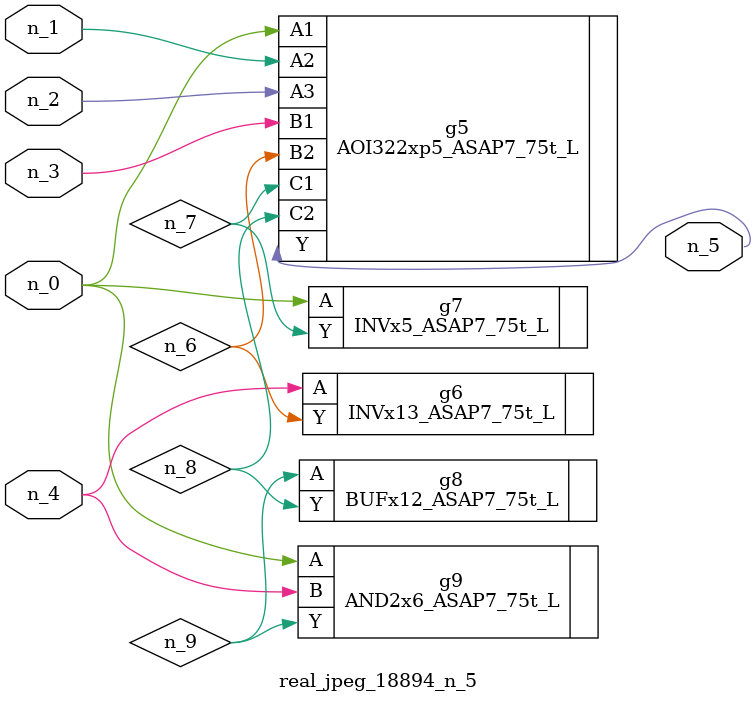
<source format=v>
module real_jpeg_18894_n_5 (n_4, n_0, n_1, n_2, n_3, n_5);

input n_4;
input n_0;
input n_1;
input n_2;
input n_3;

output n_5;

wire n_8;
wire n_6;
wire n_7;
wire n_9;

AOI322xp5_ASAP7_75t_L g5 ( 
.A1(n_0),
.A2(n_1),
.A3(n_2),
.B1(n_3),
.B2(n_6),
.C1(n_7),
.C2(n_8),
.Y(n_5)
);

INVx5_ASAP7_75t_L g7 ( 
.A(n_0),
.Y(n_7)
);

AND2x6_ASAP7_75t_L g9 ( 
.A(n_0),
.B(n_4),
.Y(n_9)
);

INVx13_ASAP7_75t_L g6 ( 
.A(n_4),
.Y(n_6)
);

BUFx12_ASAP7_75t_L g8 ( 
.A(n_9),
.Y(n_8)
);


endmodule
</source>
